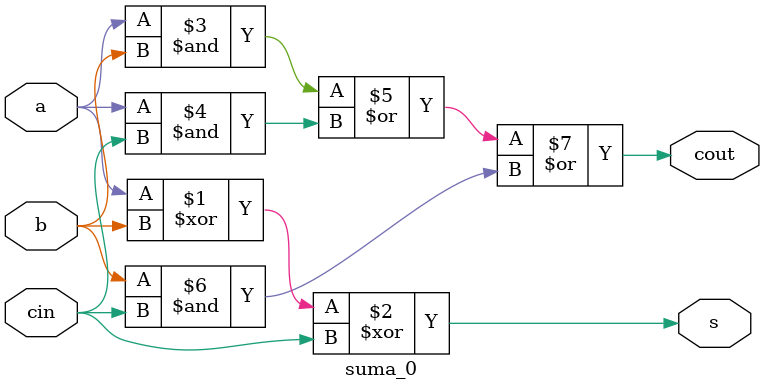
<source format=v>
`timescale 1ns / 1ps

module suma_0(input a,b,cin, output s,cout 
    );
assign s = a ^ b ^ cin;
assign cout = a & b | a & cin | b & cin;

endmodule

</source>
